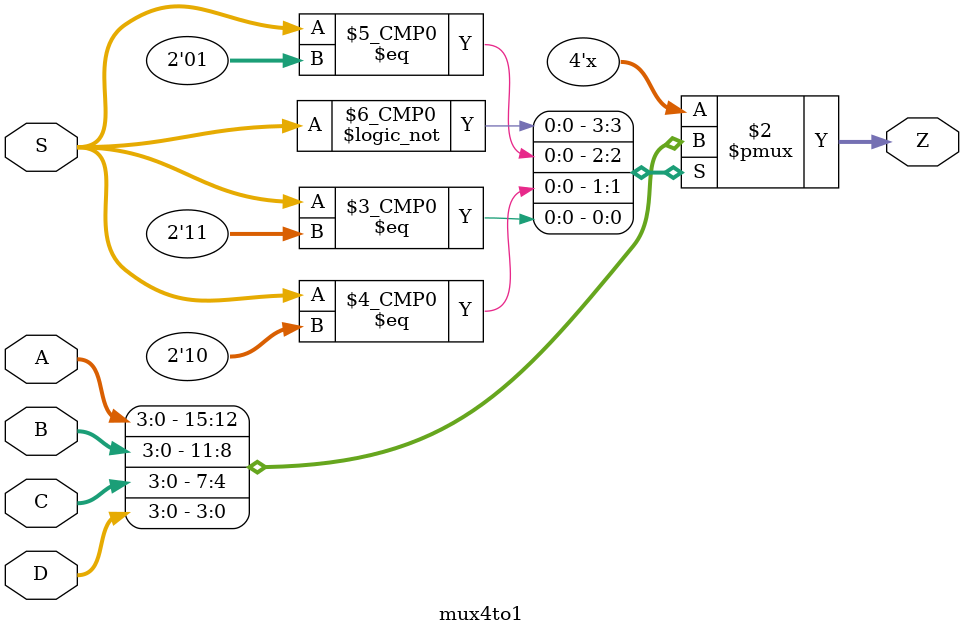
<source format=v>
module mux4to1
#(
	parameter N = 4
)
(
	input wire [N-1:0] A, B, C, D,
	input wire [1:0] S,
	output reg [N-1:0] Z
);

  always@*
  begin
	  case(S)
		  0: Z = A;
		  1: Z = B;
		  2: Z = C;
		  3: Z = D;
	  endcase	
  end
  
endmodule

</source>
